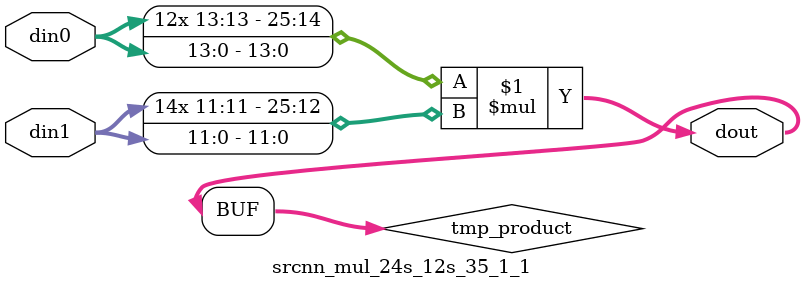
<source format=v>

`timescale 1 ns / 1 ps

  module srcnn_mul_24s_12s_35_1_1(din0, din1, dout);
parameter ID = 1;
parameter NUM_STAGE = 0;
parameter din0_WIDTH = 14;
parameter din1_WIDTH = 12;
parameter dout_WIDTH = 26;

input [din0_WIDTH - 1 : 0] din0; 
input [din1_WIDTH - 1 : 0] din1; 
output [dout_WIDTH - 1 : 0] dout;

wire signed [dout_WIDTH - 1 : 0] tmp_product;













assign tmp_product = $signed(din0) * $signed(din1);








assign dout = tmp_product;







endmodule

</source>
